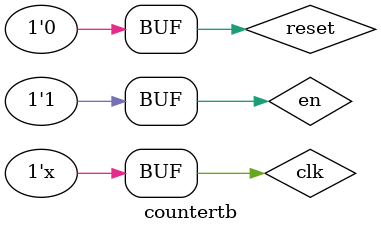
<source format=v>
module countertb();

reg[0:0] clk, reset, en;
wire [7:0] out;

counter cv(clk, reset, en, out);

always #20 clk = !clk;

always @(posedge clk) begin
    $display(out);
end

initial begin
    clk = 0;
    en = 0;
    reset = 1;
    #10;

    reset = 0;
    en = 1;
    #10;

end

endmodule
</source>
